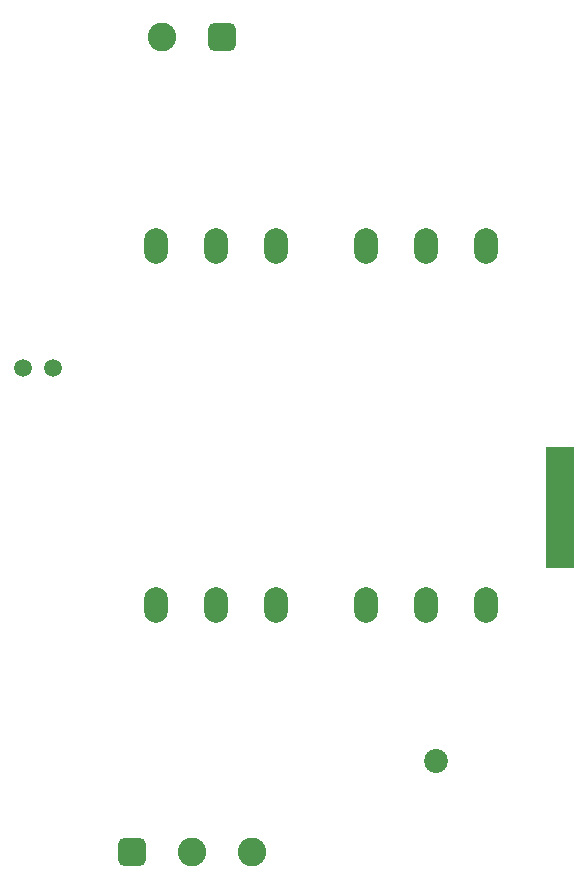
<source format=gbs>
G04*
G04 #@! TF.GenerationSoftware,Altium Limited,Altium Designer,24.3.1 (35)*
G04*
G04 Layer_Color=16711935*
%FSLAX44Y44*%
%MOMM*%
G71*
G04*
G04 #@! TF.SameCoordinates,EE9A5EF0-155C-4C8F-B462-BE7DD29FB847*
G04*
G04*
G04 #@! TF.FilePolarity,Negative*
G04*
G01*
G75*
G04:AMPARAMS|DCode=55|XSize=2.42mm|YSize=2.42mm|CornerRadius=0.61mm|HoleSize=0mm|Usage=FLASHONLY|Rotation=0.000|XOffset=0mm|YOffset=0mm|HoleType=Round|Shape=RoundedRectangle|*
%AMROUNDEDRECTD55*
21,1,2.4200,1.2000,0,0,0.0*
21,1,1.2000,2.4200,0,0,0.0*
1,1,1.2200,0.6000,-0.6000*
1,1,1.2200,-0.6000,-0.6000*
1,1,1.2200,-0.6000,0.6000*
1,1,1.2200,0.6000,0.6000*
%
%ADD55ROUNDEDRECTD55*%
%ADD56C,2.4200*%
%ADD57C,1.5200*%
%ADD58O,2.0200X3.0200*%
%ADD59C,2.0200*%
G36*
X654000Y280000D02*
X630000D01*
Y382500D01*
X654000D01*
Y280000D01*
D02*
G37*
D55*
X279200Y40000D02*
D03*
X355400Y730000D02*
D03*
D56*
X330000Y40000D02*
D03*
X380800D02*
D03*
X304600Y730000D02*
D03*
D57*
X212700Y450000D02*
D03*
X187300D02*
D03*
D58*
X528289Y248671D02*
D03*
X477489D02*
D03*
X579089D02*
D03*
X299689D02*
D03*
X350489D02*
D03*
X401289D02*
D03*
X528250Y553000D02*
D03*
X477450D02*
D03*
X579050D02*
D03*
X299650D02*
D03*
X350450D02*
D03*
X401250D02*
D03*
D59*
X537000Y116750D02*
D03*
M02*

</source>
